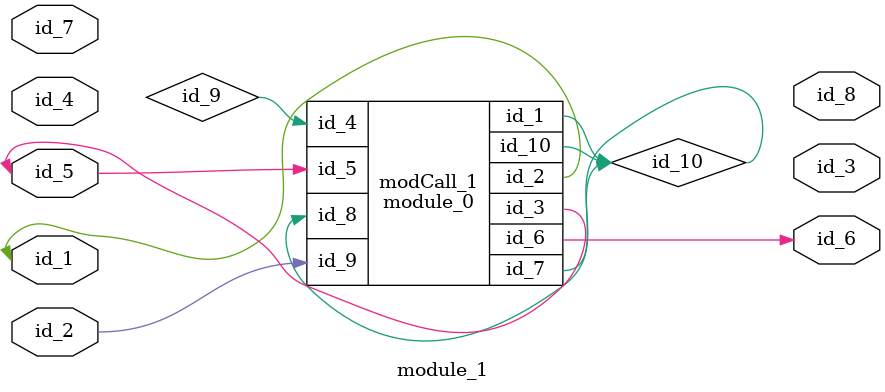
<source format=v>
module module_0 (
    id_1,
    id_2,
    id_3,
    id_4,
    id_5,
    id_6,
    id_7,
    id_8,
    id_9,
    id_10
);
  output wire id_10;
  input wire id_9;
  input wire id_8;
  inout wire id_7;
  output wire id_6;
  input wire id_5;
  input wire id_4;
  output wire id_3;
  inout wire id_2;
  inout wire id_1;
endmodule
module module_1 (
    id_1,
    id_2,
    id_3,
    id_4,
    id_5,
    id_6,
    id_7,
    id_8
);
  output wire id_8;
  input wire id_7;
  output wire id_6;
  inout wire id_5;
  inout wire id_4;
  output wire id_3;
  input wire id_2;
  inout wire id_1;
  specify
    (id_9 + => id_10) = (id_4  : id_10  : id_9, 1  : id_2  : $realtime);
  endspecify
  module_0 modCall_1 (
      id_10,
      id_1,
      id_5,
      id_9,
      id_5,
      id_6,
      id_10,
      id_10,
      id_2,
      id_10
  );
endmodule

</source>
